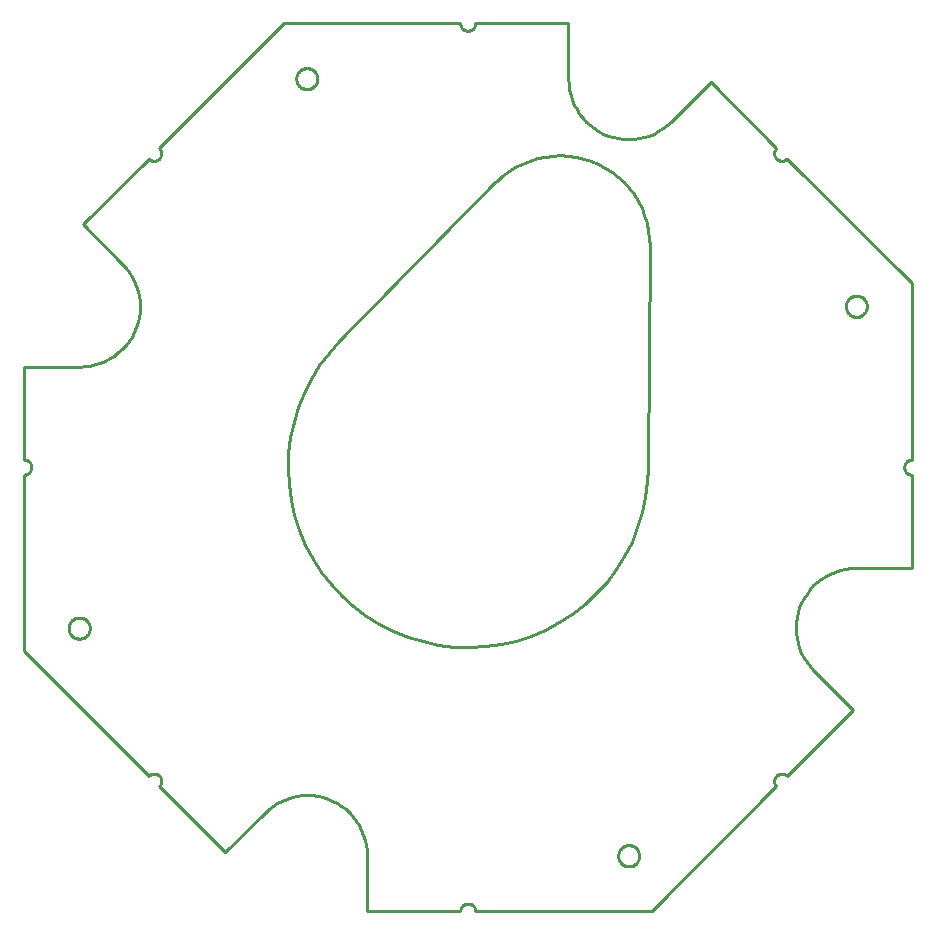
<source format=gbr>
G04 EAGLE Gerber RS-274X export*
G75*
%MOMM*%
%FSLAX34Y34*%
%LPD*%
%IN*%
%IPPOS*%
%AMOC8*
5,1,8,0,0,1.08239X$1,22.5*%
G01*
G04 Define Apertures*
%ADD10C,0.254000*%
D10*
X-375920Y-155711D02*
X-270306Y-261326D01*
X-269897Y-260951D01*
X-269458Y-260614D01*
X-268991Y-260316D01*
X-268499Y-260061D01*
X-267987Y-259849D01*
X-267459Y-259682D01*
X-266918Y-259562D01*
X-266369Y-259490D01*
X-265816Y-259466D01*
X-265262Y-259490D01*
X-264713Y-259562D01*
X-264172Y-259682D01*
X-263644Y-259849D01*
X-263132Y-260061D01*
X-262641Y-260316D01*
X-262173Y-260614D01*
X-261734Y-260951D01*
X-261326Y-261326D01*
X-260951Y-261734D01*
X-260614Y-262173D01*
X-260316Y-262641D01*
X-260061Y-263132D01*
X-259849Y-263644D01*
X-259682Y-264172D01*
X-259562Y-264713D01*
X-259490Y-265262D01*
X-259466Y-265816D01*
X-259490Y-266369D01*
X-259562Y-266918D01*
X-259682Y-267459D01*
X-259849Y-267987D01*
X-260061Y-268499D01*
X-260316Y-268991D01*
X-260614Y-269458D01*
X-260951Y-269897D01*
X-261326Y-270306D01*
X-205529Y-326102D01*
X-171979Y-292551D01*
X-168711Y-289557D01*
X-165195Y-286859D01*
X-161458Y-284478D01*
X-157527Y-282432D01*
X-153432Y-280736D01*
X-149206Y-279403D01*
X-144879Y-278444D01*
X-140485Y-277866D01*
X-136058Y-277672D01*
X-131630Y-277866D01*
X-127236Y-278444D01*
X-122910Y-279403D01*
X-118683Y-280736D01*
X-114589Y-282432D01*
X-110658Y-284478D01*
X-106920Y-286859D01*
X-103404Y-289557D01*
X-100137Y-292551D01*
X-97143Y-295819D01*
X-94445Y-299335D01*
X-92064Y-303072D01*
X-90017Y-307003D01*
X-88321Y-311098D01*
X-86989Y-315324D01*
X-86029Y-319651D01*
X-85451Y-324045D01*
X-85258Y-328472D01*
X-85258Y-375920D01*
X-6350Y-375920D01*
X-6326Y-375367D01*
X-6254Y-374817D01*
X-6134Y-374277D01*
X-5967Y-373748D01*
X-5755Y-373236D01*
X-5499Y-372745D01*
X-5202Y-372278D01*
X-4864Y-371838D01*
X-4490Y-371430D01*
X-4082Y-371056D01*
X-3642Y-370718D01*
X-3175Y-370421D01*
X-2684Y-370165D01*
X-2172Y-369953D01*
X-1644Y-369786D01*
X-1103Y-369666D01*
X-553Y-369594D01*
X0Y-369570D01*
X553Y-369594D01*
X1103Y-369666D01*
X1644Y-369786D01*
X2172Y-369953D01*
X2684Y-370165D01*
X3175Y-370421D01*
X3642Y-370718D01*
X4082Y-371056D01*
X4490Y-371430D01*
X4864Y-371838D01*
X5202Y-372278D01*
X5499Y-372745D01*
X5755Y-373236D01*
X5967Y-373748D01*
X6134Y-374277D01*
X6254Y-374817D01*
X6326Y-375367D01*
X6350Y-375920D01*
X155711Y-375920D01*
X261326Y-270306D01*
X260951Y-269897D01*
X260614Y-269458D01*
X260316Y-268991D01*
X260061Y-268499D01*
X259849Y-267987D01*
X259682Y-267459D01*
X259562Y-266918D01*
X259490Y-266369D01*
X259466Y-265816D01*
X259490Y-265262D01*
X259562Y-264713D01*
X259682Y-264172D01*
X259849Y-263644D01*
X260061Y-263132D01*
X260316Y-262641D01*
X260614Y-262173D01*
X260951Y-261734D01*
X261326Y-261326D01*
X261734Y-260951D01*
X262173Y-260614D01*
X262641Y-260316D01*
X263132Y-260061D01*
X263644Y-259849D01*
X264172Y-259682D01*
X264713Y-259562D01*
X265262Y-259490D01*
X265816Y-259466D01*
X266369Y-259490D01*
X266918Y-259562D01*
X267459Y-259682D01*
X267987Y-259849D01*
X268499Y-260061D01*
X268991Y-260316D01*
X269458Y-260614D01*
X269897Y-260951D01*
X270306Y-261326D01*
X326102Y-205529D01*
X292551Y-171979D01*
X289557Y-168711D01*
X286859Y-165195D01*
X284478Y-161458D01*
X282432Y-157527D01*
X280736Y-153432D01*
X279403Y-149206D01*
X278444Y-144879D01*
X277866Y-140485D01*
X277672Y-136058D01*
X277866Y-131630D01*
X278444Y-127236D01*
X279403Y-122910D01*
X280736Y-118683D01*
X282432Y-114589D01*
X284478Y-110658D01*
X286859Y-106920D01*
X289557Y-103404D01*
X292551Y-100137D01*
X295819Y-97143D01*
X299335Y-94445D01*
X303072Y-92064D01*
X307003Y-90017D01*
X311098Y-88321D01*
X315324Y-86989D01*
X319651Y-86029D01*
X324045Y-85451D01*
X328472Y-85258D01*
X375920Y-85258D01*
X375920Y-6350D01*
X375367Y-6326D01*
X374817Y-6254D01*
X374277Y-6134D01*
X373748Y-5967D01*
X373236Y-5755D01*
X372745Y-5499D01*
X372278Y-5202D01*
X371838Y-4864D01*
X371430Y-4490D01*
X371056Y-4082D01*
X370718Y-3642D01*
X370421Y-3175D01*
X370165Y-2684D01*
X369953Y-2172D01*
X369786Y-1644D01*
X369666Y-1103D01*
X369594Y-553D01*
X369570Y0D01*
X369594Y553D01*
X369666Y1103D01*
X369786Y1644D01*
X369953Y2172D01*
X370165Y2684D01*
X370421Y3175D01*
X370718Y3642D01*
X371056Y4082D01*
X371430Y4490D01*
X371838Y4864D01*
X372278Y5202D01*
X372745Y5499D01*
X373236Y5755D01*
X373748Y5967D01*
X374277Y6134D01*
X374817Y6254D01*
X375367Y6326D01*
X375920Y6350D01*
X375920Y155711D01*
X270306Y261326D01*
X269897Y260951D01*
X269458Y260614D01*
X268991Y260316D01*
X268499Y260061D01*
X267987Y259849D01*
X267459Y259682D01*
X266918Y259562D01*
X266369Y259490D01*
X265816Y259466D01*
X265262Y259490D01*
X264713Y259562D01*
X264172Y259682D01*
X263644Y259849D01*
X263132Y260061D01*
X262641Y260316D01*
X262173Y260614D01*
X261734Y260951D01*
X261326Y261326D01*
X260951Y261734D01*
X260614Y262173D01*
X260316Y262641D01*
X260061Y263132D01*
X259849Y263644D01*
X259682Y264172D01*
X259562Y264713D01*
X259490Y265262D01*
X259466Y265816D01*
X259490Y266369D01*
X259562Y266918D01*
X259682Y267459D01*
X259849Y267987D01*
X260061Y268499D01*
X260316Y268991D01*
X260614Y269458D01*
X260951Y269897D01*
X261326Y270306D01*
X205529Y326102D01*
X171979Y292551D01*
X168711Y289557D01*
X165195Y286859D01*
X161458Y284478D01*
X157527Y282432D01*
X153432Y280736D01*
X149206Y279403D01*
X144879Y278444D01*
X140485Y277866D01*
X136058Y277672D01*
X131630Y277866D01*
X127236Y278444D01*
X122910Y279403D01*
X118683Y280736D01*
X114589Y282432D01*
X110658Y284478D01*
X106920Y286859D01*
X103404Y289557D01*
X100137Y292551D01*
X97143Y295819D01*
X94445Y299335D01*
X92064Y303072D01*
X90017Y307003D01*
X88321Y311098D01*
X86989Y315324D01*
X86029Y319651D01*
X85451Y324045D01*
X85258Y328472D01*
X85258Y375920D01*
X6350Y375920D01*
X6326Y375367D01*
X6254Y374817D01*
X6134Y374277D01*
X5967Y373748D01*
X5755Y373236D01*
X5499Y372745D01*
X5202Y372278D01*
X4864Y371838D01*
X4490Y371430D01*
X4082Y371056D01*
X3642Y370718D01*
X3175Y370421D01*
X2684Y370165D01*
X2172Y369953D01*
X1644Y369786D01*
X1103Y369666D01*
X553Y369594D01*
X0Y369570D01*
X-553Y369594D01*
X-1103Y369666D01*
X-1644Y369786D01*
X-2172Y369953D01*
X-2684Y370165D01*
X-3175Y370421D01*
X-3642Y370718D01*
X-4082Y371056D01*
X-4490Y371430D01*
X-4864Y371838D01*
X-5202Y372278D01*
X-5499Y372745D01*
X-5755Y373236D01*
X-5967Y373748D01*
X-6134Y374277D01*
X-6254Y374817D01*
X-6326Y375367D01*
X-6350Y375920D01*
X-155711Y375920D01*
X-261326Y270306D01*
X-260951Y269897D01*
X-260614Y269458D01*
X-260316Y268991D01*
X-260061Y268499D01*
X-259849Y267987D01*
X-259682Y267459D01*
X-259562Y266918D01*
X-259490Y266369D01*
X-259466Y265816D01*
X-259490Y265262D01*
X-259562Y264713D01*
X-259682Y264172D01*
X-259849Y263644D01*
X-260061Y263132D01*
X-260316Y262641D01*
X-260614Y262173D01*
X-260951Y261734D01*
X-261326Y261326D01*
X-261734Y260951D01*
X-262173Y260614D01*
X-262641Y260316D01*
X-263132Y260061D01*
X-263644Y259849D01*
X-264172Y259682D01*
X-264713Y259562D01*
X-265262Y259490D01*
X-265816Y259466D01*
X-266369Y259490D01*
X-266918Y259562D01*
X-267459Y259682D01*
X-267987Y259849D01*
X-268499Y260061D01*
X-268991Y260316D01*
X-269458Y260614D01*
X-269897Y260951D01*
X-270306Y261326D01*
X-326102Y205529D01*
X-292551Y171979D01*
X-289557Y168711D01*
X-286859Y165195D01*
X-284478Y161458D01*
X-282432Y157527D01*
X-280736Y153432D01*
X-279403Y149206D01*
X-278444Y144879D01*
X-277866Y140485D01*
X-277672Y136058D01*
X-277866Y131630D01*
X-278444Y127236D01*
X-279403Y122910D01*
X-280736Y118683D01*
X-282432Y114589D01*
X-284478Y110658D01*
X-286859Y106920D01*
X-289557Y103404D01*
X-292551Y100137D01*
X-295819Y97143D01*
X-299335Y94445D01*
X-303072Y92064D01*
X-307003Y90017D01*
X-311098Y88321D01*
X-315324Y86989D01*
X-319651Y86029D01*
X-324045Y85451D01*
X-328472Y85258D01*
X-375920Y85258D01*
X-375920Y6350D01*
X-375367Y6326D01*
X-374817Y6254D01*
X-374277Y6134D01*
X-373748Y5967D01*
X-373236Y5755D01*
X-372745Y5499D01*
X-372278Y5202D01*
X-371838Y4864D01*
X-371430Y4490D01*
X-371056Y4082D01*
X-370718Y3642D01*
X-370421Y3175D01*
X-370165Y2684D01*
X-369953Y2172D01*
X-369786Y1644D01*
X-369666Y1103D01*
X-369594Y553D01*
X-369570Y0D01*
X-369594Y-553D01*
X-369666Y-1103D01*
X-369786Y-1644D01*
X-369953Y-2172D01*
X-370165Y-2684D01*
X-370421Y-3175D01*
X-370718Y-3642D01*
X-371056Y-4082D01*
X-371430Y-4490D01*
X-371838Y-4864D01*
X-372278Y-5202D01*
X-372745Y-5499D01*
X-373236Y-5755D01*
X-373748Y-5967D01*
X-374277Y-6134D01*
X-374817Y-6254D01*
X-375367Y-6326D01*
X-375920Y-6350D01*
X-375920Y-155711D01*
X-108654Y106865D02*
X-117554Y96988D01*
X-125560Y86374D01*
X-132610Y75102D01*
X-138651Y63258D01*
X-143637Y50933D01*
X-147529Y38221D01*
X-150299Y25217D01*
X-151925Y12022D01*
X-152395Y-1265D01*
X-151705Y-14543D01*
X-149860Y-27709D01*
X-146875Y-40665D01*
X-142771Y-53311D01*
X-137582Y-65552D01*
X-131345Y-77293D01*
X-124109Y-88446D01*
X-115928Y-98927D01*
X-106865Y-108654D01*
X-96988Y-117554D01*
X-86374Y-125560D01*
X-75102Y-132610D01*
X-63258Y-138651D01*
X-50933Y-143637D01*
X-38221Y-147529D01*
X-25217Y-150299D01*
X-12022Y-151925D01*
X1265Y-152395D01*
X14543Y-151705D01*
X27709Y-149860D01*
X40665Y-146875D01*
X53311Y-142771D01*
X65552Y-137582D01*
X77293Y-131345D01*
X88446Y-124109D01*
X98927Y-115928D01*
X108654Y-106865D01*
X117554Y-96988D01*
X125560Y-86374D01*
X132610Y-75102D01*
X138651Y-63258D01*
X143637Y-50933D01*
X147529Y-38221D01*
X150299Y-25217D01*
X151925Y-12022D01*
X152395Y-1265D01*
X153959Y187100D01*
X153724Y193743D01*
X152911Y200341D01*
X151526Y206843D01*
X149580Y213199D01*
X147087Y219361D01*
X144066Y225283D01*
X140541Y230919D01*
X136538Y236226D01*
X132088Y241165D01*
X127225Y245696D01*
X121985Y249787D01*
X116408Y253405D01*
X110537Y256523D01*
X104417Y259118D01*
X98094Y261170D01*
X91616Y262662D01*
X85033Y263585D01*
X78394Y263930D01*
X71750Y263695D01*
X65153Y262882D01*
X58651Y261497D01*
X52295Y259551D01*
X46132Y257058D01*
X40210Y254038D01*
X34575Y250512D01*
X29267Y246510D01*
X24329Y242059D01*
X23434Y241165D01*
X-108654Y106865D01*
X-320072Y-136660D02*
X-320072Y-135882D01*
X-320139Y-135106D01*
X-320275Y-134339D01*
X-320476Y-133587D01*
X-320742Y-132856D01*
X-321071Y-132150D01*
X-321461Y-131476D01*
X-321907Y-130838D01*
X-322408Y-130242D01*
X-322958Y-129691D01*
X-323554Y-129191D01*
X-324192Y-128744D01*
X-324866Y-128355D01*
X-325572Y-128026D01*
X-326303Y-127760D01*
X-327055Y-127558D01*
X-327822Y-127423D01*
X-328598Y-127355D01*
X-329376Y-127355D01*
X-330152Y-127423D01*
X-330918Y-127558D01*
X-331670Y-127760D01*
X-332402Y-128026D01*
X-333108Y-128355D01*
X-333782Y-128744D01*
X-334419Y-129191D01*
X-335016Y-129691D01*
X-335566Y-130242D01*
X-336067Y-130838D01*
X-336513Y-131476D01*
X-336903Y-132150D01*
X-337232Y-132856D01*
X-337498Y-133587D01*
X-337699Y-134339D01*
X-337834Y-135106D01*
X-337902Y-135882D01*
X-337902Y-136660D01*
X-337834Y-137436D01*
X-337699Y-138202D01*
X-337498Y-138954D01*
X-337232Y-139686D01*
X-336903Y-140391D01*
X-336513Y-141066D01*
X-336067Y-141703D01*
X-335566Y-142300D01*
X-335016Y-142850D01*
X-334419Y-143351D01*
X-333782Y-143797D01*
X-333108Y-144186D01*
X-332402Y-144515D01*
X-331670Y-144782D01*
X-330918Y-144983D01*
X-330152Y-145118D01*
X-329376Y-145186D01*
X-328598Y-145186D01*
X-327822Y-145118D01*
X-327055Y-144983D01*
X-326303Y-144782D01*
X-325572Y-144515D01*
X-324866Y-144186D01*
X-324192Y-143797D01*
X-323554Y-143351D01*
X-322958Y-142850D01*
X-322408Y-142300D01*
X-321907Y-141703D01*
X-321461Y-141066D01*
X-321071Y-140391D01*
X-320742Y-139686D01*
X-320476Y-138954D01*
X-320275Y-138202D01*
X-320139Y-137436D01*
X-320072Y-136660D01*
X145186Y-329376D02*
X145186Y-328598D01*
X145118Y-327822D01*
X144983Y-327055D01*
X144782Y-326303D01*
X144515Y-325572D01*
X144186Y-324866D01*
X143797Y-324192D01*
X143351Y-323554D01*
X142850Y-322958D01*
X142300Y-322408D01*
X141703Y-321907D01*
X141066Y-321461D01*
X140391Y-321071D01*
X139686Y-320742D01*
X138954Y-320476D01*
X138202Y-320275D01*
X137436Y-320139D01*
X136660Y-320072D01*
X135882Y-320072D01*
X135106Y-320139D01*
X134339Y-320275D01*
X133587Y-320476D01*
X132856Y-320742D01*
X132150Y-321071D01*
X131476Y-321461D01*
X130838Y-321907D01*
X130242Y-322408D01*
X129691Y-322958D01*
X129191Y-323554D01*
X128744Y-324192D01*
X128355Y-324866D01*
X128026Y-325572D01*
X127760Y-326303D01*
X127558Y-327055D01*
X127423Y-327822D01*
X127355Y-328598D01*
X127355Y-329376D01*
X127423Y-330152D01*
X127558Y-330918D01*
X127760Y-331670D01*
X128026Y-332402D01*
X128355Y-333108D01*
X128744Y-333782D01*
X129191Y-334419D01*
X129691Y-335016D01*
X130242Y-335566D01*
X130838Y-336067D01*
X131476Y-336513D01*
X132150Y-336903D01*
X132856Y-337232D01*
X133587Y-337498D01*
X134339Y-337699D01*
X135106Y-337834D01*
X135882Y-337902D01*
X136660Y-337902D01*
X137436Y-337834D01*
X138202Y-337699D01*
X138954Y-337498D01*
X139686Y-337232D01*
X140391Y-336903D01*
X141066Y-336513D01*
X141703Y-336067D01*
X142300Y-335566D01*
X142850Y-335016D01*
X143351Y-334419D01*
X143797Y-333782D01*
X144186Y-333108D01*
X144515Y-332402D01*
X144782Y-331670D01*
X144983Y-330918D01*
X145118Y-330152D01*
X145186Y-329376D01*
X-127355Y328598D02*
X-127355Y329376D01*
X-127423Y330152D01*
X-127558Y330918D01*
X-127760Y331670D01*
X-128026Y332402D01*
X-128355Y333108D01*
X-128744Y333782D01*
X-129191Y334419D01*
X-129691Y335016D01*
X-130242Y335566D01*
X-130838Y336067D01*
X-131476Y336513D01*
X-132150Y336903D01*
X-132856Y337232D01*
X-133587Y337498D01*
X-134339Y337699D01*
X-135106Y337834D01*
X-135882Y337902D01*
X-136660Y337902D01*
X-137436Y337834D01*
X-138202Y337699D01*
X-138954Y337498D01*
X-139686Y337232D01*
X-140391Y336903D01*
X-141066Y336513D01*
X-141703Y336067D01*
X-142300Y335566D01*
X-142850Y335016D01*
X-143351Y334419D01*
X-143797Y333782D01*
X-144186Y333108D01*
X-144515Y332402D01*
X-144782Y331670D01*
X-144983Y330918D01*
X-145118Y330152D01*
X-145186Y329376D01*
X-145186Y328598D01*
X-145118Y327822D01*
X-144983Y327055D01*
X-144782Y326303D01*
X-144515Y325572D01*
X-144186Y324866D01*
X-143797Y324192D01*
X-143351Y323554D01*
X-142850Y322958D01*
X-142300Y322408D01*
X-141703Y321907D01*
X-141066Y321461D01*
X-140391Y321071D01*
X-139686Y320742D01*
X-138954Y320476D01*
X-138202Y320275D01*
X-137436Y320139D01*
X-136660Y320072D01*
X-135882Y320072D01*
X-135106Y320139D01*
X-134339Y320275D01*
X-133587Y320476D01*
X-132856Y320742D01*
X-132150Y321071D01*
X-131476Y321461D01*
X-130838Y321907D01*
X-130242Y322408D01*
X-129691Y322958D01*
X-129191Y323554D01*
X-128744Y324192D01*
X-128355Y324866D01*
X-128026Y325572D01*
X-127760Y326303D01*
X-127558Y327055D01*
X-127423Y327822D01*
X-127355Y328598D01*
X337902Y135882D02*
X337902Y136660D01*
X337834Y137436D01*
X337699Y138202D01*
X337498Y138954D01*
X337232Y139686D01*
X336903Y140391D01*
X336513Y141066D01*
X336067Y141703D01*
X335566Y142300D01*
X335016Y142850D01*
X334419Y143351D01*
X333782Y143797D01*
X333108Y144186D01*
X332402Y144515D01*
X331670Y144782D01*
X330918Y144983D01*
X330152Y145118D01*
X329376Y145186D01*
X328598Y145186D01*
X327822Y145118D01*
X327055Y144983D01*
X326303Y144782D01*
X325572Y144515D01*
X324866Y144186D01*
X324192Y143797D01*
X323554Y143351D01*
X322958Y142850D01*
X322408Y142300D01*
X321907Y141703D01*
X321461Y141066D01*
X321071Y140391D01*
X320742Y139686D01*
X320476Y138954D01*
X320275Y138202D01*
X320139Y137436D01*
X320072Y136660D01*
X320072Y135882D01*
X320139Y135106D01*
X320275Y134339D01*
X320476Y133587D01*
X320742Y132856D01*
X321071Y132150D01*
X321461Y131476D01*
X321907Y130838D01*
X322408Y130242D01*
X322958Y129691D01*
X323554Y129191D01*
X324192Y128744D01*
X324866Y128355D01*
X325572Y128026D01*
X326303Y127760D01*
X327055Y127558D01*
X327822Y127423D01*
X328598Y127355D01*
X329376Y127355D01*
X330152Y127423D01*
X330918Y127558D01*
X331670Y127760D01*
X332402Y128026D01*
X333108Y128355D01*
X333782Y128744D01*
X334419Y129191D01*
X335016Y129691D01*
X335566Y130242D01*
X336067Y130838D01*
X336513Y131476D01*
X336903Y132150D01*
X337232Y132856D01*
X337498Y133587D01*
X337699Y134339D01*
X337834Y135106D01*
X337902Y135882D01*
M02*

</source>
